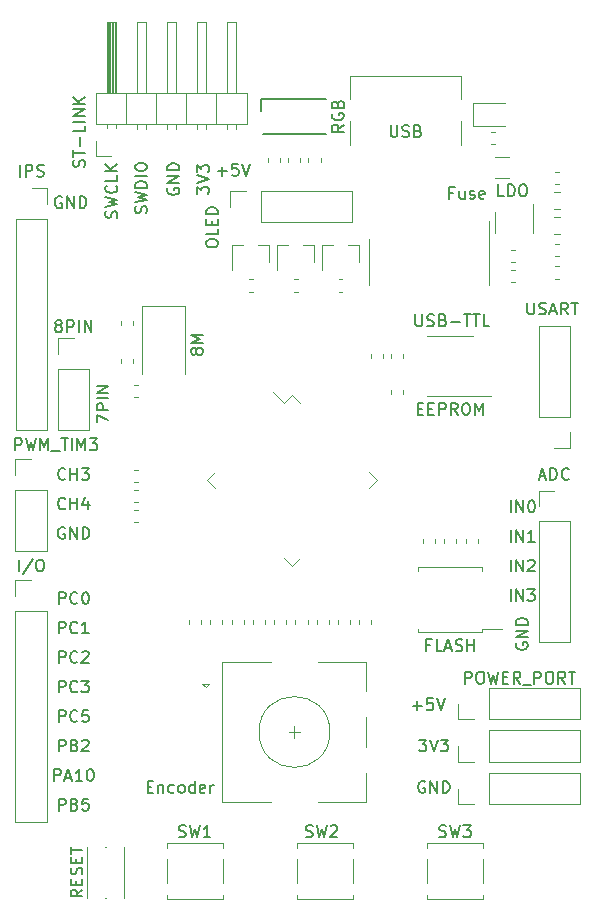
<source format=gbr>
G04 #@! TF.GenerationSoftware,KiCad,Pcbnew,(5.1.5)-2*
G04 #@! TF.CreationDate,2020-05-24T12:04:11+08:00*
G04 #@! TF.ProjectId,Bonjour STM32,426f6e6a-6f75-4722-9053-544d33322e6b,rev?*
G04 #@! TF.SameCoordinates,Original*
G04 #@! TF.FileFunction,Legend,Top*
G04 #@! TF.FilePolarity,Positive*
%FSLAX46Y46*%
G04 Gerber Fmt 4.6, Leading zero omitted, Abs format (unit mm)*
G04 Created by KiCad (PCBNEW (5.1.5)-2) date 2020-05-24 12:04:11*
%MOMM*%
%LPD*%
G04 APERTURE LIST*
%ADD10C,0.150000*%
%ADD11C,0.120000*%
G04 APERTURE END LIST*
D10*
X165488095Y-59000000D02*
X165392857Y-58952380D01*
X165250000Y-58952380D01*
X165107142Y-59000000D01*
X165011904Y-59095238D01*
X164964285Y-59190476D01*
X164916666Y-59380952D01*
X164916666Y-59523809D01*
X164964285Y-59714285D01*
X165011904Y-59809523D01*
X165107142Y-59904761D01*
X165250000Y-59952380D01*
X165345238Y-59952380D01*
X165488095Y-59904761D01*
X165535714Y-59857142D01*
X165535714Y-59523809D01*
X165345238Y-59523809D01*
X165964285Y-59952380D02*
X165964285Y-58952380D01*
X166535714Y-59952380D01*
X166535714Y-58952380D01*
X167011904Y-59952380D02*
X167011904Y-58952380D01*
X167250000Y-58952380D01*
X167392857Y-59000000D01*
X167488095Y-59095238D01*
X167535714Y-59190476D01*
X167583333Y-59380952D01*
X167583333Y-59523809D01*
X167535714Y-59714285D01*
X167488095Y-59809523D01*
X167392857Y-59904761D01*
X167250000Y-59952380D01*
X167011904Y-59952380D01*
X199654761Y-100202380D02*
X199654761Y-99202380D01*
X200035714Y-99202380D01*
X200130952Y-99250000D01*
X200178571Y-99297619D01*
X200226190Y-99392857D01*
X200226190Y-99535714D01*
X200178571Y-99630952D01*
X200130952Y-99678571D01*
X200035714Y-99726190D01*
X199654761Y-99726190D01*
X200845238Y-99202380D02*
X201035714Y-99202380D01*
X201130952Y-99250000D01*
X201226190Y-99345238D01*
X201273809Y-99535714D01*
X201273809Y-99869047D01*
X201226190Y-100059523D01*
X201130952Y-100154761D01*
X201035714Y-100202380D01*
X200845238Y-100202380D01*
X200750000Y-100154761D01*
X200654761Y-100059523D01*
X200607142Y-99869047D01*
X200607142Y-99535714D01*
X200654761Y-99345238D01*
X200750000Y-99250000D01*
X200845238Y-99202380D01*
X201607142Y-99202380D02*
X201845238Y-100202380D01*
X202035714Y-99488095D01*
X202226190Y-100202380D01*
X202464285Y-99202380D01*
X202845238Y-99678571D02*
X203178571Y-99678571D01*
X203321428Y-100202380D02*
X202845238Y-100202380D01*
X202845238Y-99202380D01*
X203321428Y-99202380D01*
X204321428Y-100202380D02*
X203988095Y-99726190D01*
X203750000Y-100202380D02*
X203750000Y-99202380D01*
X204130952Y-99202380D01*
X204226190Y-99250000D01*
X204273809Y-99297619D01*
X204321428Y-99392857D01*
X204321428Y-99535714D01*
X204273809Y-99630952D01*
X204226190Y-99678571D01*
X204130952Y-99726190D01*
X203750000Y-99726190D01*
X204511904Y-100297619D02*
X205273809Y-100297619D01*
X205511904Y-100202380D02*
X205511904Y-99202380D01*
X205892857Y-99202380D01*
X205988095Y-99250000D01*
X206035714Y-99297619D01*
X206083333Y-99392857D01*
X206083333Y-99535714D01*
X206035714Y-99630952D01*
X205988095Y-99678571D01*
X205892857Y-99726190D01*
X205511904Y-99726190D01*
X206702380Y-99202380D02*
X206892857Y-99202380D01*
X206988095Y-99250000D01*
X207083333Y-99345238D01*
X207130952Y-99535714D01*
X207130952Y-99869047D01*
X207083333Y-100059523D01*
X206988095Y-100154761D01*
X206892857Y-100202380D01*
X206702380Y-100202380D01*
X206607142Y-100154761D01*
X206511904Y-100059523D01*
X206464285Y-99869047D01*
X206464285Y-99535714D01*
X206511904Y-99345238D01*
X206607142Y-99250000D01*
X206702380Y-99202380D01*
X208130952Y-100202380D02*
X207797619Y-99726190D01*
X207559523Y-100202380D02*
X207559523Y-99202380D01*
X207940476Y-99202380D01*
X208035714Y-99250000D01*
X208083333Y-99297619D01*
X208130952Y-99392857D01*
X208130952Y-99535714D01*
X208083333Y-99630952D01*
X208035714Y-99678571D01*
X207940476Y-99726190D01*
X207559523Y-99726190D01*
X208416666Y-99202380D02*
X208988095Y-99202380D01*
X208702380Y-100202380D02*
X208702380Y-99202380D01*
X204000000Y-96761904D02*
X203952380Y-96857142D01*
X203952380Y-97000000D01*
X204000000Y-97142857D01*
X204095238Y-97238095D01*
X204190476Y-97285714D01*
X204380952Y-97333333D01*
X204523809Y-97333333D01*
X204714285Y-97285714D01*
X204809523Y-97238095D01*
X204904761Y-97142857D01*
X204952380Y-97000000D01*
X204952380Y-96904761D01*
X204904761Y-96761904D01*
X204857142Y-96714285D01*
X204523809Y-96714285D01*
X204523809Y-96904761D01*
X204952380Y-96285714D02*
X203952380Y-96285714D01*
X204952380Y-95714285D01*
X203952380Y-95714285D01*
X204952380Y-95238095D02*
X203952380Y-95238095D01*
X203952380Y-95000000D01*
X204000000Y-94857142D01*
X204095238Y-94761904D01*
X204190476Y-94714285D01*
X204380952Y-94666666D01*
X204523809Y-94666666D01*
X204714285Y-94714285D01*
X204809523Y-94761904D01*
X204904761Y-94857142D01*
X204952380Y-95000000D01*
X204952380Y-95238095D01*
X203500000Y-93202380D02*
X203500000Y-92202380D01*
X203976190Y-93202380D02*
X203976190Y-92202380D01*
X204547619Y-93202380D01*
X204547619Y-92202380D01*
X204928571Y-92202380D02*
X205547619Y-92202380D01*
X205214285Y-92583333D01*
X205357142Y-92583333D01*
X205452380Y-92630952D01*
X205500000Y-92678571D01*
X205547619Y-92773809D01*
X205547619Y-93011904D01*
X205500000Y-93107142D01*
X205452380Y-93154761D01*
X205357142Y-93202380D01*
X205071428Y-93202380D01*
X204976190Y-93154761D01*
X204928571Y-93107142D01*
X203500000Y-90702380D02*
X203500000Y-89702380D01*
X203976190Y-90702380D02*
X203976190Y-89702380D01*
X204547619Y-90702380D01*
X204547619Y-89702380D01*
X204976190Y-89797619D02*
X205023809Y-89750000D01*
X205119047Y-89702380D01*
X205357142Y-89702380D01*
X205452380Y-89750000D01*
X205500000Y-89797619D01*
X205547619Y-89892857D01*
X205547619Y-89988095D01*
X205500000Y-90130952D01*
X204928571Y-90702380D01*
X205547619Y-90702380D01*
X203500000Y-88202380D02*
X203500000Y-87202380D01*
X203976190Y-88202380D02*
X203976190Y-87202380D01*
X204547619Y-88202380D01*
X204547619Y-87202380D01*
X205547619Y-88202380D02*
X204976190Y-88202380D01*
X205261904Y-88202380D02*
X205261904Y-87202380D01*
X205166666Y-87345238D01*
X205071428Y-87440476D01*
X204976190Y-87488095D01*
X203500000Y-85702380D02*
X203500000Y-84702380D01*
X203976190Y-85702380D02*
X203976190Y-84702380D01*
X204547619Y-85702380D01*
X204547619Y-84702380D01*
X205214285Y-84702380D02*
X205309523Y-84702380D01*
X205404761Y-84750000D01*
X205452380Y-84797619D01*
X205500000Y-84892857D01*
X205547619Y-85083333D01*
X205547619Y-85321428D01*
X205500000Y-85511904D01*
X205452380Y-85607142D01*
X205404761Y-85654761D01*
X205309523Y-85702380D01*
X205214285Y-85702380D01*
X205119047Y-85654761D01*
X205071428Y-85607142D01*
X205023809Y-85511904D01*
X204976190Y-85321428D01*
X204976190Y-85083333D01*
X205023809Y-84892857D01*
X205071428Y-84797619D01*
X205119047Y-84750000D01*
X205214285Y-84702380D01*
X178714285Y-56821428D02*
X179476190Y-56821428D01*
X179095238Y-57202380D02*
X179095238Y-56440476D01*
X180428571Y-56202380D02*
X179952380Y-56202380D01*
X179904761Y-56678571D01*
X179952380Y-56630952D01*
X180047619Y-56583333D01*
X180285714Y-56583333D01*
X180380952Y-56630952D01*
X180428571Y-56678571D01*
X180476190Y-56773809D01*
X180476190Y-57011904D01*
X180428571Y-57107142D01*
X180380952Y-57154761D01*
X180285714Y-57202380D01*
X180047619Y-57202380D01*
X179952380Y-57154761D01*
X179904761Y-57107142D01*
X180761904Y-56202380D02*
X181095238Y-57202380D01*
X181428571Y-56202380D01*
X176952380Y-58738095D02*
X176952380Y-58119047D01*
X177333333Y-58452380D01*
X177333333Y-58309523D01*
X177380952Y-58214285D01*
X177428571Y-58166666D01*
X177523809Y-58119047D01*
X177761904Y-58119047D01*
X177857142Y-58166666D01*
X177904761Y-58214285D01*
X177952380Y-58309523D01*
X177952380Y-58595238D01*
X177904761Y-58690476D01*
X177857142Y-58738095D01*
X176952380Y-57833333D02*
X177952380Y-57500000D01*
X176952380Y-57166666D01*
X176952380Y-56928571D02*
X176952380Y-56309523D01*
X177333333Y-56642857D01*
X177333333Y-56500000D01*
X177380952Y-56404761D01*
X177428571Y-56357142D01*
X177523809Y-56309523D01*
X177761904Y-56309523D01*
X177857142Y-56357142D01*
X177904761Y-56404761D01*
X177952380Y-56500000D01*
X177952380Y-56785714D01*
X177904761Y-56880952D01*
X177857142Y-56928571D01*
X174500000Y-58261904D02*
X174452380Y-58357142D01*
X174452380Y-58500000D01*
X174500000Y-58642857D01*
X174595238Y-58738095D01*
X174690476Y-58785714D01*
X174880952Y-58833333D01*
X175023809Y-58833333D01*
X175214285Y-58785714D01*
X175309523Y-58738095D01*
X175404761Y-58642857D01*
X175452380Y-58500000D01*
X175452380Y-58404761D01*
X175404761Y-58261904D01*
X175357142Y-58214285D01*
X175023809Y-58214285D01*
X175023809Y-58404761D01*
X175452380Y-57785714D02*
X174452380Y-57785714D01*
X175452380Y-57214285D01*
X174452380Y-57214285D01*
X175452380Y-56738095D02*
X174452380Y-56738095D01*
X174452380Y-56500000D01*
X174500000Y-56357142D01*
X174595238Y-56261904D01*
X174690476Y-56214285D01*
X174880952Y-56166666D01*
X175023809Y-56166666D01*
X175214285Y-56214285D01*
X175309523Y-56261904D01*
X175404761Y-56357142D01*
X175452380Y-56500000D01*
X175452380Y-56738095D01*
X172654761Y-60369047D02*
X172702380Y-60226190D01*
X172702380Y-59988095D01*
X172654761Y-59892857D01*
X172607142Y-59845238D01*
X172511904Y-59797619D01*
X172416666Y-59797619D01*
X172321428Y-59845238D01*
X172273809Y-59892857D01*
X172226190Y-59988095D01*
X172178571Y-60178571D01*
X172130952Y-60273809D01*
X172083333Y-60321428D01*
X171988095Y-60369047D01*
X171892857Y-60369047D01*
X171797619Y-60321428D01*
X171750000Y-60273809D01*
X171702380Y-60178571D01*
X171702380Y-59940476D01*
X171750000Y-59797619D01*
X171702380Y-59464285D02*
X172702380Y-59226190D01*
X171988095Y-59035714D01*
X172702380Y-58845238D01*
X171702380Y-58607142D01*
X172702380Y-58226190D02*
X171702380Y-58226190D01*
X171702380Y-57988095D01*
X171750000Y-57845238D01*
X171845238Y-57750000D01*
X171940476Y-57702380D01*
X172130952Y-57654761D01*
X172273809Y-57654761D01*
X172464285Y-57702380D01*
X172559523Y-57750000D01*
X172654761Y-57845238D01*
X172702380Y-57988095D01*
X172702380Y-58226190D01*
X172702380Y-57226190D02*
X171702380Y-57226190D01*
X171702380Y-56559523D02*
X171702380Y-56369047D01*
X171750000Y-56273809D01*
X171845238Y-56178571D01*
X172035714Y-56130952D01*
X172369047Y-56130952D01*
X172559523Y-56178571D01*
X172654761Y-56273809D01*
X172702380Y-56369047D01*
X172702380Y-56559523D01*
X172654761Y-56654761D01*
X172559523Y-56750000D01*
X172369047Y-56797619D01*
X172035714Y-56797619D01*
X171845238Y-56750000D01*
X171750000Y-56654761D01*
X171702380Y-56559523D01*
X170154761Y-60761904D02*
X170202380Y-60619047D01*
X170202380Y-60380952D01*
X170154761Y-60285714D01*
X170107142Y-60238095D01*
X170011904Y-60190476D01*
X169916666Y-60190476D01*
X169821428Y-60238095D01*
X169773809Y-60285714D01*
X169726190Y-60380952D01*
X169678571Y-60571428D01*
X169630952Y-60666666D01*
X169583333Y-60714285D01*
X169488095Y-60761904D01*
X169392857Y-60761904D01*
X169297619Y-60714285D01*
X169250000Y-60666666D01*
X169202380Y-60571428D01*
X169202380Y-60333333D01*
X169250000Y-60190476D01*
X169202380Y-59857142D02*
X170202380Y-59619047D01*
X169488095Y-59428571D01*
X170202380Y-59238095D01*
X169202380Y-59000000D01*
X170107142Y-58047619D02*
X170154761Y-58095238D01*
X170202380Y-58238095D01*
X170202380Y-58333333D01*
X170154761Y-58476190D01*
X170059523Y-58571428D01*
X169964285Y-58619047D01*
X169773809Y-58666666D01*
X169630952Y-58666666D01*
X169440476Y-58619047D01*
X169345238Y-58571428D01*
X169250000Y-58476190D01*
X169202380Y-58333333D01*
X169202380Y-58238095D01*
X169250000Y-58095238D01*
X169297619Y-58047619D01*
X170202380Y-57142857D02*
X170202380Y-57619047D01*
X169202380Y-57619047D01*
X170202380Y-56809523D02*
X169202380Y-56809523D01*
X170202380Y-56238095D02*
X169630952Y-56666666D01*
X169202380Y-56238095D02*
X169773809Y-56809523D01*
X165142857Y-69880952D02*
X165047619Y-69833333D01*
X165000000Y-69785714D01*
X164952380Y-69690476D01*
X164952380Y-69642857D01*
X165000000Y-69547619D01*
X165047619Y-69500000D01*
X165142857Y-69452380D01*
X165333333Y-69452380D01*
X165428571Y-69500000D01*
X165476190Y-69547619D01*
X165523809Y-69642857D01*
X165523809Y-69690476D01*
X165476190Y-69785714D01*
X165428571Y-69833333D01*
X165333333Y-69880952D01*
X165142857Y-69880952D01*
X165047619Y-69928571D01*
X165000000Y-69976190D01*
X164952380Y-70071428D01*
X164952380Y-70261904D01*
X165000000Y-70357142D01*
X165047619Y-70404761D01*
X165142857Y-70452380D01*
X165333333Y-70452380D01*
X165428571Y-70404761D01*
X165476190Y-70357142D01*
X165523809Y-70261904D01*
X165523809Y-70071428D01*
X165476190Y-69976190D01*
X165428571Y-69928571D01*
X165333333Y-69880952D01*
X165952380Y-70452380D02*
X165952380Y-69452380D01*
X166333333Y-69452380D01*
X166428571Y-69500000D01*
X166476190Y-69547619D01*
X166523809Y-69642857D01*
X166523809Y-69785714D01*
X166476190Y-69880952D01*
X166428571Y-69928571D01*
X166333333Y-69976190D01*
X165952380Y-69976190D01*
X166952380Y-70452380D02*
X166952380Y-69452380D01*
X167428571Y-70452380D02*
X167428571Y-69452380D01*
X168000000Y-70452380D01*
X168000000Y-69452380D01*
X168452380Y-78095238D02*
X168452380Y-77428571D01*
X169452380Y-77857142D01*
X169452380Y-77047619D02*
X168452380Y-77047619D01*
X168452380Y-76666666D01*
X168500000Y-76571428D01*
X168547619Y-76523809D01*
X168642857Y-76476190D01*
X168785714Y-76476190D01*
X168880952Y-76523809D01*
X168928571Y-76571428D01*
X168976190Y-76666666D01*
X168976190Y-77047619D01*
X169452380Y-76047619D02*
X168452380Y-76047619D01*
X169452380Y-75571428D02*
X168452380Y-75571428D01*
X169452380Y-75000000D01*
X168452380Y-75000000D01*
X165738095Y-87000000D02*
X165642857Y-86952380D01*
X165500000Y-86952380D01*
X165357142Y-87000000D01*
X165261904Y-87095238D01*
X165214285Y-87190476D01*
X165166666Y-87380952D01*
X165166666Y-87523809D01*
X165214285Y-87714285D01*
X165261904Y-87809523D01*
X165357142Y-87904761D01*
X165500000Y-87952380D01*
X165595238Y-87952380D01*
X165738095Y-87904761D01*
X165785714Y-87857142D01*
X165785714Y-87523809D01*
X165595238Y-87523809D01*
X166214285Y-87952380D02*
X166214285Y-86952380D01*
X166785714Y-87952380D01*
X166785714Y-86952380D01*
X167261904Y-87952380D02*
X167261904Y-86952380D01*
X167500000Y-86952380D01*
X167642857Y-87000000D01*
X167738095Y-87095238D01*
X167785714Y-87190476D01*
X167833333Y-87380952D01*
X167833333Y-87523809D01*
X167785714Y-87714285D01*
X167738095Y-87809523D01*
X167642857Y-87904761D01*
X167500000Y-87952380D01*
X167261904Y-87952380D01*
X165809523Y-85357142D02*
X165761904Y-85404761D01*
X165619047Y-85452380D01*
X165523809Y-85452380D01*
X165380952Y-85404761D01*
X165285714Y-85309523D01*
X165238095Y-85214285D01*
X165190476Y-85023809D01*
X165190476Y-84880952D01*
X165238095Y-84690476D01*
X165285714Y-84595238D01*
X165380952Y-84500000D01*
X165523809Y-84452380D01*
X165619047Y-84452380D01*
X165761904Y-84500000D01*
X165809523Y-84547619D01*
X166238095Y-85452380D02*
X166238095Y-84452380D01*
X166238095Y-84928571D02*
X166809523Y-84928571D01*
X166809523Y-85452380D02*
X166809523Y-84452380D01*
X167714285Y-84785714D02*
X167714285Y-85452380D01*
X167476190Y-84404761D02*
X167238095Y-85119047D01*
X167857142Y-85119047D01*
X165809523Y-82857142D02*
X165761904Y-82904761D01*
X165619047Y-82952380D01*
X165523809Y-82952380D01*
X165380952Y-82904761D01*
X165285714Y-82809523D01*
X165238095Y-82714285D01*
X165190476Y-82523809D01*
X165190476Y-82380952D01*
X165238095Y-82190476D01*
X165285714Y-82095238D01*
X165380952Y-82000000D01*
X165523809Y-81952380D01*
X165619047Y-81952380D01*
X165761904Y-82000000D01*
X165809523Y-82047619D01*
X166238095Y-82952380D02*
X166238095Y-81952380D01*
X166238095Y-82428571D02*
X166809523Y-82428571D01*
X166809523Y-82952380D02*
X166809523Y-81952380D01*
X167190476Y-81952380D02*
X167809523Y-81952380D01*
X167476190Y-82333333D01*
X167619047Y-82333333D01*
X167714285Y-82380952D01*
X167761904Y-82428571D01*
X167809523Y-82523809D01*
X167809523Y-82761904D01*
X167761904Y-82857142D01*
X167714285Y-82904761D01*
X167619047Y-82952380D01*
X167333333Y-82952380D01*
X167238095Y-82904761D01*
X167190476Y-82857142D01*
X165261904Y-93452380D02*
X165261904Y-92452380D01*
X165642857Y-92452380D01*
X165738095Y-92500000D01*
X165785714Y-92547619D01*
X165833333Y-92642857D01*
X165833333Y-92785714D01*
X165785714Y-92880952D01*
X165738095Y-92928571D01*
X165642857Y-92976190D01*
X165261904Y-92976190D01*
X166833333Y-93357142D02*
X166785714Y-93404761D01*
X166642857Y-93452380D01*
X166547619Y-93452380D01*
X166404761Y-93404761D01*
X166309523Y-93309523D01*
X166261904Y-93214285D01*
X166214285Y-93023809D01*
X166214285Y-92880952D01*
X166261904Y-92690476D01*
X166309523Y-92595238D01*
X166404761Y-92500000D01*
X166547619Y-92452380D01*
X166642857Y-92452380D01*
X166785714Y-92500000D01*
X166833333Y-92547619D01*
X167452380Y-92452380D02*
X167547619Y-92452380D01*
X167642857Y-92500000D01*
X167690476Y-92547619D01*
X167738095Y-92642857D01*
X167785714Y-92833333D01*
X167785714Y-93071428D01*
X167738095Y-93261904D01*
X167690476Y-93357142D01*
X167642857Y-93404761D01*
X167547619Y-93452380D01*
X167452380Y-93452380D01*
X167357142Y-93404761D01*
X167309523Y-93357142D01*
X167261904Y-93261904D01*
X167214285Y-93071428D01*
X167214285Y-92833333D01*
X167261904Y-92642857D01*
X167309523Y-92547619D01*
X167357142Y-92500000D01*
X167452380Y-92452380D01*
X165261904Y-95952380D02*
X165261904Y-94952380D01*
X165642857Y-94952380D01*
X165738095Y-95000000D01*
X165785714Y-95047619D01*
X165833333Y-95142857D01*
X165833333Y-95285714D01*
X165785714Y-95380952D01*
X165738095Y-95428571D01*
X165642857Y-95476190D01*
X165261904Y-95476190D01*
X166833333Y-95857142D02*
X166785714Y-95904761D01*
X166642857Y-95952380D01*
X166547619Y-95952380D01*
X166404761Y-95904761D01*
X166309523Y-95809523D01*
X166261904Y-95714285D01*
X166214285Y-95523809D01*
X166214285Y-95380952D01*
X166261904Y-95190476D01*
X166309523Y-95095238D01*
X166404761Y-95000000D01*
X166547619Y-94952380D01*
X166642857Y-94952380D01*
X166785714Y-95000000D01*
X166833333Y-95047619D01*
X167785714Y-95952380D02*
X167214285Y-95952380D01*
X167500000Y-95952380D02*
X167500000Y-94952380D01*
X167404761Y-95095238D01*
X167309523Y-95190476D01*
X167214285Y-95238095D01*
X165261904Y-98452380D02*
X165261904Y-97452380D01*
X165642857Y-97452380D01*
X165738095Y-97500000D01*
X165785714Y-97547619D01*
X165833333Y-97642857D01*
X165833333Y-97785714D01*
X165785714Y-97880952D01*
X165738095Y-97928571D01*
X165642857Y-97976190D01*
X165261904Y-97976190D01*
X166833333Y-98357142D02*
X166785714Y-98404761D01*
X166642857Y-98452380D01*
X166547619Y-98452380D01*
X166404761Y-98404761D01*
X166309523Y-98309523D01*
X166261904Y-98214285D01*
X166214285Y-98023809D01*
X166214285Y-97880952D01*
X166261904Y-97690476D01*
X166309523Y-97595238D01*
X166404761Y-97500000D01*
X166547619Y-97452380D01*
X166642857Y-97452380D01*
X166785714Y-97500000D01*
X166833333Y-97547619D01*
X167214285Y-97547619D02*
X167261904Y-97500000D01*
X167357142Y-97452380D01*
X167595238Y-97452380D01*
X167690476Y-97500000D01*
X167738095Y-97547619D01*
X167785714Y-97642857D01*
X167785714Y-97738095D01*
X167738095Y-97880952D01*
X167166666Y-98452380D01*
X167785714Y-98452380D01*
X165261904Y-100952380D02*
X165261904Y-99952380D01*
X165642857Y-99952380D01*
X165738095Y-100000000D01*
X165785714Y-100047619D01*
X165833333Y-100142857D01*
X165833333Y-100285714D01*
X165785714Y-100380952D01*
X165738095Y-100428571D01*
X165642857Y-100476190D01*
X165261904Y-100476190D01*
X166833333Y-100857142D02*
X166785714Y-100904761D01*
X166642857Y-100952380D01*
X166547619Y-100952380D01*
X166404761Y-100904761D01*
X166309523Y-100809523D01*
X166261904Y-100714285D01*
X166214285Y-100523809D01*
X166214285Y-100380952D01*
X166261904Y-100190476D01*
X166309523Y-100095238D01*
X166404761Y-100000000D01*
X166547619Y-99952380D01*
X166642857Y-99952380D01*
X166785714Y-100000000D01*
X166833333Y-100047619D01*
X167166666Y-99952380D02*
X167785714Y-99952380D01*
X167452380Y-100333333D01*
X167595238Y-100333333D01*
X167690476Y-100380952D01*
X167738095Y-100428571D01*
X167785714Y-100523809D01*
X167785714Y-100761904D01*
X167738095Y-100857142D01*
X167690476Y-100904761D01*
X167595238Y-100952380D01*
X167309523Y-100952380D01*
X167214285Y-100904761D01*
X167166666Y-100857142D01*
X165261904Y-103452380D02*
X165261904Y-102452380D01*
X165642857Y-102452380D01*
X165738095Y-102500000D01*
X165785714Y-102547619D01*
X165833333Y-102642857D01*
X165833333Y-102785714D01*
X165785714Y-102880952D01*
X165738095Y-102928571D01*
X165642857Y-102976190D01*
X165261904Y-102976190D01*
X166833333Y-103357142D02*
X166785714Y-103404761D01*
X166642857Y-103452380D01*
X166547619Y-103452380D01*
X166404761Y-103404761D01*
X166309523Y-103309523D01*
X166261904Y-103214285D01*
X166214285Y-103023809D01*
X166214285Y-102880952D01*
X166261904Y-102690476D01*
X166309523Y-102595238D01*
X166404761Y-102500000D01*
X166547619Y-102452380D01*
X166642857Y-102452380D01*
X166785714Y-102500000D01*
X166833333Y-102547619D01*
X167738095Y-102452380D02*
X167261904Y-102452380D01*
X167214285Y-102928571D01*
X167261904Y-102880952D01*
X167357142Y-102833333D01*
X167595238Y-102833333D01*
X167690476Y-102880952D01*
X167738095Y-102928571D01*
X167785714Y-103023809D01*
X167785714Y-103261904D01*
X167738095Y-103357142D01*
X167690476Y-103404761D01*
X167595238Y-103452380D01*
X167357142Y-103452380D01*
X167261904Y-103404761D01*
X167214285Y-103357142D01*
X165261904Y-105952380D02*
X165261904Y-104952380D01*
X165642857Y-104952380D01*
X165738095Y-105000000D01*
X165785714Y-105047619D01*
X165833333Y-105142857D01*
X165833333Y-105285714D01*
X165785714Y-105380952D01*
X165738095Y-105428571D01*
X165642857Y-105476190D01*
X165261904Y-105476190D01*
X166595238Y-105428571D02*
X166738095Y-105476190D01*
X166785714Y-105523809D01*
X166833333Y-105619047D01*
X166833333Y-105761904D01*
X166785714Y-105857142D01*
X166738095Y-105904761D01*
X166642857Y-105952380D01*
X166261904Y-105952380D01*
X166261904Y-104952380D01*
X166595238Y-104952380D01*
X166690476Y-105000000D01*
X166738095Y-105047619D01*
X166785714Y-105142857D01*
X166785714Y-105238095D01*
X166738095Y-105333333D01*
X166690476Y-105380952D01*
X166595238Y-105428571D01*
X166261904Y-105428571D01*
X167214285Y-105047619D02*
X167261904Y-105000000D01*
X167357142Y-104952380D01*
X167595238Y-104952380D01*
X167690476Y-105000000D01*
X167738095Y-105047619D01*
X167785714Y-105142857D01*
X167785714Y-105238095D01*
X167738095Y-105380952D01*
X167166666Y-105952380D01*
X167785714Y-105952380D01*
X164857142Y-108452380D02*
X164857142Y-107452380D01*
X165238095Y-107452380D01*
X165333333Y-107500000D01*
X165380952Y-107547619D01*
X165428571Y-107642857D01*
X165428571Y-107785714D01*
X165380952Y-107880952D01*
X165333333Y-107928571D01*
X165238095Y-107976190D01*
X164857142Y-107976190D01*
X165809523Y-108166666D02*
X166285714Y-108166666D01*
X165714285Y-108452380D02*
X166047619Y-107452380D01*
X166380952Y-108452380D01*
X167238095Y-108452380D02*
X166666666Y-108452380D01*
X166952380Y-108452380D02*
X166952380Y-107452380D01*
X166857142Y-107595238D01*
X166761904Y-107690476D01*
X166666666Y-107738095D01*
X167857142Y-107452380D02*
X167952380Y-107452380D01*
X168047619Y-107500000D01*
X168095238Y-107547619D01*
X168142857Y-107642857D01*
X168190476Y-107833333D01*
X168190476Y-108071428D01*
X168142857Y-108261904D01*
X168095238Y-108357142D01*
X168047619Y-108404761D01*
X167952380Y-108452380D01*
X167857142Y-108452380D01*
X167761904Y-108404761D01*
X167714285Y-108357142D01*
X167666666Y-108261904D01*
X167619047Y-108071428D01*
X167619047Y-107833333D01*
X167666666Y-107642857D01*
X167714285Y-107547619D01*
X167761904Y-107500000D01*
X167857142Y-107452380D01*
X165261904Y-110952380D02*
X165261904Y-109952380D01*
X165642857Y-109952380D01*
X165738095Y-110000000D01*
X165785714Y-110047619D01*
X165833333Y-110142857D01*
X165833333Y-110285714D01*
X165785714Y-110380952D01*
X165738095Y-110428571D01*
X165642857Y-110476190D01*
X165261904Y-110476190D01*
X166595238Y-110428571D02*
X166738095Y-110476190D01*
X166785714Y-110523809D01*
X166833333Y-110619047D01*
X166833333Y-110761904D01*
X166785714Y-110857142D01*
X166738095Y-110904761D01*
X166642857Y-110952380D01*
X166261904Y-110952380D01*
X166261904Y-109952380D01*
X166595238Y-109952380D01*
X166690476Y-110000000D01*
X166738095Y-110047619D01*
X166785714Y-110142857D01*
X166785714Y-110238095D01*
X166738095Y-110333333D01*
X166690476Y-110380952D01*
X166595238Y-110428571D01*
X166261904Y-110428571D01*
X167738095Y-109952380D02*
X167261904Y-109952380D01*
X167214285Y-110428571D01*
X167261904Y-110380952D01*
X167357142Y-110333333D01*
X167595238Y-110333333D01*
X167690476Y-110380952D01*
X167738095Y-110428571D01*
X167785714Y-110523809D01*
X167785714Y-110761904D01*
X167738095Y-110857142D01*
X167690476Y-110904761D01*
X167595238Y-110952380D01*
X167357142Y-110952380D01*
X167261904Y-110904761D01*
X167214285Y-110857142D01*
D11*
X203570621Y-66169000D02*
X203896179Y-66169000D01*
X203570621Y-65149000D02*
X203896179Y-65149000D01*
X199300000Y-48800000D02*
X189900000Y-48800000D01*
X189900000Y-54600000D02*
X189900000Y-52600000D01*
X189900000Y-50700000D02*
X189900000Y-48800000D01*
X199300000Y-54600000D02*
X199300000Y-52600000D01*
X199300000Y-50700000D02*
X199300000Y-48800000D01*
X194410000Y-75662779D02*
X194410000Y-75337221D01*
X193390000Y-75662779D02*
X193390000Y-75337221D01*
X207141422Y-60010000D02*
X207658578Y-60010000D01*
X207141422Y-58590000D02*
X207658578Y-58590000D01*
X176240000Y-94837221D02*
X176240000Y-95162779D01*
X177260000Y-94837221D02*
X177260000Y-95162779D01*
X190680000Y-63040000D02*
X190680000Y-64500000D01*
X187520000Y-63040000D02*
X187520000Y-65200000D01*
X187520000Y-63040000D02*
X188450000Y-63040000D01*
X190680000Y-63040000D02*
X189750000Y-63040000D01*
X183080000Y-63040000D02*
X183080000Y-64500000D01*
X179920000Y-63040000D02*
X179920000Y-65200000D01*
X179920000Y-63040000D02*
X180850000Y-63040000D01*
X183080000Y-63040000D02*
X182150000Y-63040000D01*
X186880000Y-63040000D02*
X186880000Y-64500000D01*
X183720000Y-63040000D02*
X183720000Y-65200000D01*
X183720000Y-63040000D02*
X184650000Y-63040000D01*
X186880000Y-63040000D02*
X185950000Y-63040000D01*
X169150000Y-114000000D02*
X169250000Y-114000000D01*
X170750000Y-118400000D02*
X170750000Y-114000000D01*
X167650000Y-114000000D02*
X167650000Y-118400000D01*
X169150000Y-118400000D02*
X169250000Y-118400000D01*
X172300000Y-68250000D02*
X172300000Y-74000000D01*
X175900000Y-68250000D02*
X172300000Y-68250000D01*
X175900000Y-74000000D02*
X175900000Y-68250000D01*
X198400000Y-75860000D02*
X201850000Y-75860000D01*
X198400000Y-75860000D02*
X196450000Y-75860000D01*
X198400000Y-70740000D02*
X200350000Y-70740000D01*
X198400000Y-70740000D02*
X196450000Y-70740000D01*
X201125000Y-95565000D02*
X202800000Y-95565000D01*
X201125000Y-95825000D02*
X201125000Y-95565000D01*
X198400000Y-95825000D02*
X201125000Y-95825000D01*
X195675000Y-95825000D02*
X195675000Y-95565000D01*
X198400000Y-95825000D02*
X195675000Y-95825000D01*
X201125000Y-90375000D02*
X201125000Y-90635000D01*
X198400000Y-90375000D02*
X201125000Y-90375000D01*
X195675000Y-90375000D02*
X195675000Y-90635000D01*
X198400000Y-90375000D02*
X195675000Y-90375000D01*
X184328249Y-76445120D02*
X183380725Y-75497597D01*
X185000000Y-75773369D02*
X184328249Y-76445120D01*
X185671751Y-76445120D02*
X185000000Y-75773369D01*
X192226631Y-83000000D02*
X191554880Y-83671751D01*
X191554880Y-82328249D02*
X192226631Y-83000000D01*
X177773369Y-83000000D02*
X178445120Y-82328249D01*
X178445120Y-83671751D02*
X177773369Y-83000000D01*
X185000000Y-90226631D02*
X185671751Y-89554880D01*
X184328249Y-89554880D02*
X185000000Y-90226631D01*
X205368800Y-62088600D02*
X205368800Y-59638600D01*
X202148800Y-60288600D02*
X202148800Y-62088600D01*
X201660000Y-64500000D02*
X201660000Y-61050000D01*
X201660000Y-64500000D02*
X201660000Y-66450000D01*
X191540000Y-64500000D02*
X191540000Y-62550000D01*
X191540000Y-64500000D02*
X191540000Y-66450000D01*
X188200000Y-104300000D02*
G75*
G03X188200000Y-104300000I-3000000J0D01*
G01*
X187200000Y-98400000D02*
X191300000Y-98400000D01*
X191300000Y-110200000D02*
X187200000Y-110200000D01*
X183200000Y-110200000D02*
X179100000Y-110200000D01*
X183200000Y-98400000D02*
X179100000Y-98400000D01*
X179100000Y-98400000D02*
X179100000Y-110200000D01*
X177700000Y-100500000D02*
X177400000Y-100200000D01*
X177400000Y-100200000D02*
X178000000Y-100200000D01*
X178000000Y-100200000D02*
X177700000Y-100500000D01*
X191300000Y-98400000D02*
X191300000Y-100800000D01*
X191300000Y-103000000D02*
X191300000Y-105600000D01*
X191300000Y-107800000D02*
X191300000Y-110200000D01*
X185200000Y-103800000D02*
X185200000Y-104800000D01*
X184700000Y-104300000D02*
X185700000Y-104300000D01*
X201170000Y-115070000D02*
X201170000Y-117130000D01*
X196430000Y-115070000D02*
X196430000Y-117130000D01*
X196430000Y-113730000D02*
X196430000Y-114130000D01*
X201170000Y-113730000D02*
X196430000Y-113730000D01*
X201170000Y-113730000D02*
X201170000Y-114130000D01*
X196430000Y-118470000D02*
X196430000Y-118070000D01*
X201170000Y-118470000D02*
X201170000Y-118070000D01*
X201170000Y-118470000D02*
X196430000Y-118470000D01*
X190170000Y-115070000D02*
X190170000Y-117130000D01*
X185430000Y-115070000D02*
X185430000Y-117130000D01*
X185430000Y-113730000D02*
X185430000Y-114130000D01*
X190170000Y-113730000D02*
X185430000Y-113730000D01*
X190170000Y-113730000D02*
X190170000Y-114130000D01*
X185430000Y-118470000D02*
X185430000Y-118070000D01*
X190170000Y-118470000D02*
X190170000Y-118070000D01*
X190170000Y-118470000D02*
X185430000Y-118470000D01*
X179170000Y-115070000D02*
X179170000Y-117130000D01*
X174430000Y-115070000D02*
X174430000Y-117130000D01*
X174430000Y-113730000D02*
X174430000Y-114130000D01*
X179170000Y-113730000D02*
X174430000Y-113730000D01*
X179170000Y-113730000D02*
X179170000Y-114130000D01*
X174430000Y-118470000D02*
X174430000Y-118070000D01*
X179170000Y-118470000D02*
X179170000Y-118070000D01*
X179170000Y-118470000D02*
X174430000Y-118470000D01*
X199690000Y-87937221D02*
X199690000Y-88262779D01*
X200710000Y-87937221D02*
X200710000Y-88262779D01*
X189262779Y-65990000D02*
X188937221Y-65990000D01*
X189262779Y-67010000D02*
X188937221Y-67010000D01*
X187410000Y-56062779D02*
X187410000Y-55737221D01*
X186390000Y-56062779D02*
X186390000Y-55737221D01*
X184010000Y-56062779D02*
X184010000Y-55737221D01*
X182990000Y-56062779D02*
X182990000Y-55737221D01*
X185710000Y-56062779D02*
X185710000Y-55737221D01*
X184690000Y-56062779D02*
X184690000Y-55737221D01*
X181662779Y-65990000D02*
X181337221Y-65990000D01*
X181662779Y-67010000D02*
X181337221Y-67010000D01*
X185462779Y-65990000D02*
X185137221Y-65990000D01*
X185462779Y-67010000D02*
X185137221Y-67010000D01*
X180910000Y-95162779D02*
X180910000Y-94837221D01*
X179890000Y-95162779D02*
X179890000Y-94837221D01*
X184510000Y-95162779D02*
X184510000Y-94837221D01*
X183490000Y-95162779D02*
X183490000Y-94837221D01*
X201837221Y-54510000D02*
X202162779Y-54510000D01*
X201837221Y-53490000D02*
X202162779Y-53490000D01*
X171637221Y-83110000D02*
X171962779Y-83110000D01*
X171637221Y-82090000D02*
X171962779Y-82090000D01*
X207228733Y-64010000D02*
X207571267Y-64010000D01*
X207228733Y-62990000D02*
X207571267Y-62990000D01*
X168430000Y-55570000D02*
X168430000Y-54300000D01*
X169700000Y-55570000D02*
X168430000Y-55570000D01*
X180240000Y-53257071D02*
X180240000Y-52860000D01*
X179480000Y-53257071D02*
X179480000Y-52860000D01*
X180240000Y-44200000D02*
X180240000Y-50200000D01*
X179480000Y-44200000D02*
X180240000Y-44200000D01*
X179480000Y-50200000D02*
X179480000Y-44200000D01*
X178590000Y-52860000D02*
X178590000Y-50200000D01*
X177700000Y-53257071D02*
X177700000Y-52860000D01*
X176940000Y-53257071D02*
X176940000Y-52860000D01*
X177700000Y-44200000D02*
X177700000Y-50200000D01*
X176940000Y-44200000D02*
X177700000Y-44200000D01*
X176940000Y-50200000D02*
X176940000Y-44200000D01*
X176050000Y-52860000D02*
X176050000Y-50200000D01*
X175160000Y-53257071D02*
X175160000Y-52860000D01*
X174400000Y-53257071D02*
X174400000Y-52860000D01*
X175160000Y-44200000D02*
X175160000Y-50200000D01*
X174400000Y-44200000D02*
X175160000Y-44200000D01*
X174400000Y-50200000D02*
X174400000Y-44200000D01*
X173510000Y-52860000D02*
X173510000Y-50200000D01*
X172620000Y-53257071D02*
X172620000Y-52860000D01*
X171860000Y-53257071D02*
X171860000Y-52860000D01*
X172620000Y-44200000D02*
X172620000Y-50200000D01*
X171860000Y-44200000D02*
X172620000Y-44200000D01*
X171860000Y-50200000D02*
X171860000Y-44200000D01*
X170970000Y-52860000D02*
X170970000Y-50200000D01*
X170080000Y-53190000D02*
X170080000Y-52860000D01*
X169320000Y-53190000D02*
X169320000Y-52860000D01*
X169980000Y-50200000D02*
X169980000Y-44200000D01*
X169860000Y-50200000D02*
X169860000Y-44200000D01*
X169740000Y-50200000D02*
X169740000Y-44200000D01*
X169620000Y-50200000D02*
X169620000Y-44200000D01*
X169500000Y-50200000D02*
X169500000Y-44200000D01*
X169380000Y-50200000D02*
X169380000Y-44200000D01*
X170080000Y-44200000D02*
X170080000Y-50200000D01*
X169320000Y-44200000D02*
X170080000Y-44200000D01*
X169320000Y-50200000D02*
X169320000Y-44200000D01*
X168370000Y-50200000D02*
X168370000Y-52860000D01*
X181190000Y-50200000D02*
X168370000Y-50200000D01*
X181190000Y-52860000D02*
X181190000Y-50200000D01*
X168370000Y-52860000D02*
X181190000Y-52860000D01*
X199070000Y-103230000D02*
X199070000Y-101900000D01*
X200400000Y-103230000D02*
X199070000Y-103230000D01*
X201670000Y-103230000D02*
X201670000Y-100570000D01*
X201670000Y-100570000D02*
X209350000Y-100570000D01*
X201670000Y-103230000D02*
X209350000Y-103230000D01*
X209350000Y-103230000D02*
X209350000Y-100570000D01*
X165170000Y-70970000D02*
X166500000Y-70970000D01*
X165170000Y-72300000D02*
X165170000Y-70970000D01*
X165170000Y-73570000D02*
X167830000Y-73570000D01*
X167830000Y-73570000D02*
X167830000Y-78710000D01*
X165170000Y-73570000D02*
X165170000Y-78710000D01*
X165170000Y-78710000D02*
X167830000Y-78710000D01*
X199070000Y-110430000D02*
X199070000Y-109100000D01*
X200400000Y-110430000D02*
X199070000Y-110430000D01*
X201670000Y-110430000D02*
X201670000Y-107770000D01*
X201670000Y-107770000D02*
X209350000Y-107770000D01*
X201670000Y-110430000D02*
X209350000Y-110430000D01*
X209350000Y-110430000D02*
X209350000Y-107770000D01*
X199070000Y-106830000D02*
X199070000Y-105500000D01*
X200400000Y-106830000D02*
X199070000Y-106830000D01*
X201670000Y-106830000D02*
X201670000Y-104170000D01*
X201670000Y-104170000D02*
X209350000Y-104170000D01*
X201670000Y-106830000D02*
X209350000Y-106830000D01*
X209350000Y-106830000D02*
X209350000Y-104170000D01*
X179772000Y-59817000D02*
X179772000Y-58487000D01*
X179772000Y-58487000D02*
X181102000Y-58487000D01*
X182372000Y-58487000D02*
X190052000Y-58487000D01*
X190052000Y-61147000D02*
X190052000Y-58487000D01*
X182372000Y-61147000D02*
X190052000Y-61147000D01*
X182372000Y-61147000D02*
X182372000Y-58487000D01*
X162950000Y-58270000D02*
X164280000Y-58270000D01*
X164280000Y-58270000D02*
X164280000Y-59600000D01*
X164280000Y-60870000D02*
X164280000Y-78710000D01*
X161620000Y-78710000D02*
X164280000Y-78710000D01*
X161620000Y-60870000D02*
X161620000Y-78710000D01*
X161620000Y-60870000D02*
X164280000Y-60870000D01*
X208530000Y-80230000D02*
X207200000Y-80230000D01*
X208530000Y-78900000D02*
X208530000Y-80230000D01*
X208530000Y-77630000D02*
X205870000Y-77630000D01*
X205870000Y-77630000D02*
X205870000Y-69950000D01*
X208530000Y-77630000D02*
X208530000Y-69950000D01*
X208530000Y-69950000D02*
X205870000Y-69950000D01*
X161570000Y-91470000D02*
X162900000Y-91470000D01*
X161570000Y-92800000D02*
X161570000Y-91470000D01*
X161570000Y-94070000D02*
X164230000Y-94070000D01*
X164230000Y-94070000D02*
X164230000Y-111910000D01*
X161570000Y-94070000D02*
X161570000Y-111910000D01*
X161570000Y-111910000D02*
X164230000Y-111910000D01*
X161570000Y-81220000D02*
X162900000Y-81220000D01*
X161570000Y-82550000D02*
X161570000Y-81220000D01*
X161570000Y-83820000D02*
X164230000Y-83820000D01*
X164230000Y-83820000D02*
X164230000Y-88960000D01*
X161570000Y-83820000D02*
X161570000Y-88960000D01*
X161570000Y-88960000D02*
X164230000Y-88960000D01*
X205870000Y-83870000D02*
X207200000Y-83870000D01*
X205870000Y-85200000D02*
X205870000Y-83870000D01*
X205870000Y-86470000D02*
X208530000Y-86470000D01*
X208530000Y-86470000D02*
X208530000Y-96690000D01*
X205870000Y-86470000D02*
X205870000Y-96690000D01*
X205870000Y-96690000D02*
X208530000Y-96690000D01*
X202197936Y-57410000D02*
X203402064Y-57410000D01*
X202197936Y-55590000D02*
X203402064Y-55590000D01*
D10*
X182400000Y-51700000D02*
X182400000Y-50700000D01*
X187900000Y-50700000D02*
X182400000Y-50700000D01*
X187900000Y-53700000D02*
X182500000Y-53700000D01*
D11*
X200315000Y-52960000D02*
X203000000Y-52960000D01*
X200315000Y-51040000D02*
X200315000Y-52960000D01*
X203000000Y-51040000D02*
X200315000Y-51040000D01*
X197890000Y-87937221D02*
X197890000Y-88262779D01*
X198910000Y-87937221D02*
X198910000Y-88262779D01*
X193390000Y-72337221D02*
X193390000Y-72662779D01*
X194410000Y-72337221D02*
X194410000Y-72662779D01*
X171962779Y-74890000D02*
X171637221Y-74890000D01*
X171962779Y-75910000D02*
X171637221Y-75910000D01*
X185290000Y-94837221D02*
X185290000Y-95162779D01*
X186310000Y-94837221D02*
X186310000Y-95162779D01*
X171962779Y-85490000D02*
X171637221Y-85490000D01*
X171962779Y-86510000D02*
X171637221Y-86510000D01*
X196090000Y-87937221D02*
X196090000Y-88262779D01*
X197110000Y-87937221D02*
X197110000Y-88262779D01*
X191690000Y-72337221D02*
X191690000Y-72662779D01*
X192710000Y-72337221D02*
X192710000Y-72662779D01*
X178090000Y-94837221D02*
X178090000Y-95162779D01*
X179110000Y-94837221D02*
X179110000Y-95162779D01*
X182710000Y-95162779D02*
X182710000Y-94837221D01*
X181690000Y-95162779D02*
X181690000Y-94837221D01*
X207562779Y-64890000D02*
X207237221Y-64890000D01*
X207562779Y-65910000D02*
X207237221Y-65910000D01*
X171510000Y-73062779D02*
X171510000Y-72737221D01*
X170490000Y-73062779D02*
X170490000Y-72737221D01*
X171962779Y-83790000D02*
X171637221Y-83790000D01*
X171962779Y-84810000D02*
X171637221Y-84810000D01*
X207141422Y-62110000D02*
X207658578Y-62110000D01*
X207141422Y-60690000D02*
X207658578Y-60690000D01*
X170490000Y-69537221D02*
X170490000Y-69862779D01*
X171510000Y-69537221D02*
X171510000Y-69862779D01*
X203570621Y-64543400D02*
X203896179Y-64543400D01*
X203570621Y-63523400D02*
X203896179Y-63523400D01*
X207237221Y-57910000D02*
X207562779Y-57910000D01*
X207237221Y-56890000D02*
X207562779Y-56890000D01*
X191710000Y-95162779D02*
X191710000Y-94837221D01*
X190690000Y-95162779D02*
X190690000Y-94837221D01*
X189910000Y-95162779D02*
X189910000Y-94837221D01*
X188890000Y-95162779D02*
X188890000Y-94837221D01*
X188110000Y-95162779D02*
X188110000Y-94837221D01*
X187090000Y-95162779D02*
X187090000Y-94837221D01*
D10*
X193338095Y-52919380D02*
X193338095Y-53728904D01*
X193385714Y-53824142D01*
X193433333Y-53871761D01*
X193528571Y-53919380D01*
X193719047Y-53919380D01*
X193814285Y-53871761D01*
X193861904Y-53824142D01*
X193909523Y-53728904D01*
X193909523Y-52919380D01*
X194338095Y-53871761D02*
X194480952Y-53919380D01*
X194719047Y-53919380D01*
X194814285Y-53871761D01*
X194861904Y-53824142D01*
X194909523Y-53728904D01*
X194909523Y-53633666D01*
X194861904Y-53538428D01*
X194814285Y-53490809D01*
X194719047Y-53443190D01*
X194528571Y-53395571D01*
X194433333Y-53347952D01*
X194385714Y-53300333D01*
X194338095Y-53205095D01*
X194338095Y-53109857D01*
X194385714Y-53014619D01*
X194433333Y-52967000D01*
X194528571Y-52919380D01*
X194766666Y-52919380D01*
X194909523Y-52967000D01*
X195671428Y-53395571D02*
X195814285Y-53443190D01*
X195861904Y-53490809D01*
X195909523Y-53586047D01*
X195909523Y-53728904D01*
X195861904Y-53824142D01*
X195814285Y-53871761D01*
X195719047Y-53919380D01*
X195338095Y-53919380D01*
X195338095Y-52919380D01*
X195671428Y-52919380D01*
X195766666Y-52967000D01*
X195814285Y-53014619D01*
X195861904Y-53109857D01*
X195861904Y-53205095D01*
X195814285Y-53300333D01*
X195766666Y-53347952D01*
X195671428Y-53395571D01*
X195338095Y-53395571D01*
X167252380Y-117652380D02*
X166776190Y-117985714D01*
X167252380Y-118223809D02*
X166252380Y-118223809D01*
X166252380Y-117842857D01*
X166300000Y-117747619D01*
X166347619Y-117700000D01*
X166442857Y-117652380D01*
X166585714Y-117652380D01*
X166680952Y-117700000D01*
X166728571Y-117747619D01*
X166776190Y-117842857D01*
X166776190Y-118223809D01*
X166728571Y-117223809D02*
X166728571Y-116890476D01*
X167252380Y-116747619D02*
X167252380Y-117223809D01*
X166252380Y-117223809D01*
X166252380Y-116747619D01*
X167204761Y-116366666D02*
X167252380Y-116223809D01*
X167252380Y-115985714D01*
X167204761Y-115890476D01*
X167157142Y-115842857D01*
X167061904Y-115795238D01*
X166966666Y-115795238D01*
X166871428Y-115842857D01*
X166823809Y-115890476D01*
X166776190Y-115985714D01*
X166728571Y-116176190D01*
X166680952Y-116271428D01*
X166633333Y-116319047D01*
X166538095Y-116366666D01*
X166442857Y-116366666D01*
X166347619Y-116319047D01*
X166300000Y-116271428D01*
X166252380Y-116176190D01*
X166252380Y-115938095D01*
X166300000Y-115795238D01*
X166728571Y-115366666D02*
X166728571Y-115033333D01*
X167252380Y-114890476D02*
X167252380Y-115366666D01*
X166252380Y-115366666D01*
X166252380Y-114890476D01*
X166252380Y-114604761D02*
X166252380Y-114033333D01*
X167252380Y-114319047D02*
X166252380Y-114319047D01*
X176880952Y-72166666D02*
X176833333Y-72261904D01*
X176785714Y-72309523D01*
X176690476Y-72357142D01*
X176642857Y-72357142D01*
X176547619Y-72309523D01*
X176500000Y-72261904D01*
X176452380Y-72166666D01*
X176452380Y-71976190D01*
X176500000Y-71880952D01*
X176547619Y-71833333D01*
X176642857Y-71785714D01*
X176690476Y-71785714D01*
X176785714Y-71833333D01*
X176833333Y-71880952D01*
X176880952Y-71976190D01*
X176880952Y-72166666D01*
X176928571Y-72261904D01*
X176976190Y-72309523D01*
X177071428Y-72357142D01*
X177261904Y-72357142D01*
X177357142Y-72309523D01*
X177404761Y-72261904D01*
X177452380Y-72166666D01*
X177452380Y-71976190D01*
X177404761Y-71880952D01*
X177357142Y-71833333D01*
X177261904Y-71785714D01*
X177071428Y-71785714D01*
X176976190Y-71833333D01*
X176928571Y-71880952D01*
X176880952Y-71976190D01*
X177452380Y-71357142D02*
X176452380Y-71357142D01*
X177166666Y-71023809D01*
X176452380Y-70690476D01*
X177452380Y-70690476D01*
X195638095Y-76928571D02*
X195971428Y-76928571D01*
X196114285Y-77452380D02*
X195638095Y-77452380D01*
X195638095Y-76452380D01*
X196114285Y-76452380D01*
X196542857Y-76928571D02*
X196876190Y-76928571D01*
X197019047Y-77452380D02*
X196542857Y-77452380D01*
X196542857Y-76452380D01*
X197019047Y-76452380D01*
X197447619Y-77452380D02*
X197447619Y-76452380D01*
X197828571Y-76452380D01*
X197923809Y-76500000D01*
X197971428Y-76547619D01*
X198019047Y-76642857D01*
X198019047Y-76785714D01*
X197971428Y-76880952D01*
X197923809Y-76928571D01*
X197828571Y-76976190D01*
X197447619Y-76976190D01*
X199019047Y-77452380D02*
X198685714Y-76976190D01*
X198447619Y-77452380D02*
X198447619Y-76452380D01*
X198828571Y-76452380D01*
X198923809Y-76500000D01*
X198971428Y-76547619D01*
X199019047Y-76642857D01*
X199019047Y-76785714D01*
X198971428Y-76880952D01*
X198923809Y-76928571D01*
X198828571Y-76976190D01*
X198447619Y-76976190D01*
X199638095Y-76452380D02*
X199828571Y-76452380D01*
X199923809Y-76500000D01*
X200019047Y-76595238D01*
X200066666Y-76785714D01*
X200066666Y-77119047D01*
X200019047Y-77309523D01*
X199923809Y-77404761D01*
X199828571Y-77452380D01*
X199638095Y-77452380D01*
X199542857Y-77404761D01*
X199447619Y-77309523D01*
X199400000Y-77119047D01*
X199400000Y-76785714D01*
X199447619Y-76595238D01*
X199542857Y-76500000D01*
X199638095Y-76452380D01*
X200495238Y-77452380D02*
X200495238Y-76452380D01*
X200828571Y-77166666D01*
X201161904Y-76452380D01*
X201161904Y-77452380D01*
X196709523Y-96928571D02*
X196376190Y-96928571D01*
X196376190Y-97452380D02*
X196376190Y-96452380D01*
X196852380Y-96452380D01*
X197709523Y-97452380D02*
X197233333Y-97452380D01*
X197233333Y-96452380D01*
X197995238Y-97166666D02*
X198471428Y-97166666D01*
X197900000Y-97452380D02*
X198233333Y-96452380D01*
X198566666Y-97452380D01*
X198852380Y-97404761D02*
X198995238Y-97452380D01*
X199233333Y-97452380D01*
X199328571Y-97404761D01*
X199376190Y-97357142D01*
X199423809Y-97261904D01*
X199423809Y-97166666D01*
X199376190Y-97071428D01*
X199328571Y-97023809D01*
X199233333Y-96976190D01*
X199042857Y-96928571D01*
X198947619Y-96880952D01*
X198900000Y-96833333D01*
X198852380Y-96738095D01*
X198852380Y-96642857D01*
X198900000Y-96547619D01*
X198947619Y-96500000D01*
X199042857Y-96452380D01*
X199280952Y-96452380D01*
X199423809Y-96500000D01*
X199852380Y-97452380D02*
X199852380Y-96452380D01*
X199852380Y-96928571D02*
X200423809Y-96928571D01*
X200423809Y-97452380D02*
X200423809Y-96452380D01*
X202944514Y-58940980D02*
X202468323Y-58940980D01*
X202468323Y-57940980D01*
X203277847Y-58940980D02*
X203277847Y-57940980D01*
X203515942Y-57940980D01*
X203658800Y-57988600D01*
X203754038Y-58083838D01*
X203801657Y-58179076D01*
X203849276Y-58369552D01*
X203849276Y-58512409D01*
X203801657Y-58702885D01*
X203754038Y-58798123D01*
X203658800Y-58893361D01*
X203515942Y-58940980D01*
X203277847Y-58940980D01*
X204468323Y-57940980D02*
X204658800Y-57940980D01*
X204754038Y-57988600D01*
X204849276Y-58083838D01*
X204896895Y-58274314D01*
X204896895Y-58607647D01*
X204849276Y-58798123D01*
X204754038Y-58893361D01*
X204658800Y-58940980D01*
X204468323Y-58940980D01*
X204373085Y-58893361D01*
X204277847Y-58798123D01*
X204230228Y-58607647D01*
X204230228Y-58274314D01*
X204277847Y-58083838D01*
X204373085Y-57988600D01*
X204468323Y-57940980D01*
X195452380Y-68952380D02*
X195452380Y-69761904D01*
X195500000Y-69857142D01*
X195547619Y-69904761D01*
X195642857Y-69952380D01*
X195833333Y-69952380D01*
X195928571Y-69904761D01*
X195976190Y-69857142D01*
X196023809Y-69761904D01*
X196023809Y-68952380D01*
X196452380Y-69904761D02*
X196595238Y-69952380D01*
X196833333Y-69952380D01*
X196928571Y-69904761D01*
X196976190Y-69857142D01*
X197023809Y-69761904D01*
X197023809Y-69666666D01*
X196976190Y-69571428D01*
X196928571Y-69523809D01*
X196833333Y-69476190D01*
X196642857Y-69428571D01*
X196547619Y-69380952D01*
X196500000Y-69333333D01*
X196452380Y-69238095D01*
X196452380Y-69142857D01*
X196500000Y-69047619D01*
X196547619Y-69000000D01*
X196642857Y-68952380D01*
X196880952Y-68952380D01*
X197023809Y-69000000D01*
X197785714Y-69428571D02*
X197928571Y-69476190D01*
X197976190Y-69523809D01*
X198023809Y-69619047D01*
X198023809Y-69761904D01*
X197976190Y-69857142D01*
X197928571Y-69904761D01*
X197833333Y-69952380D01*
X197452380Y-69952380D01*
X197452380Y-68952380D01*
X197785714Y-68952380D01*
X197880952Y-69000000D01*
X197928571Y-69047619D01*
X197976190Y-69142857D01*
X197976190Y-69238095D01*
X197928571Y-69333333D01*
X197880952Y-69380952D01*
X197785714Y-69428571D01*
X197452380Y-69428571D01*
X198452380Y-69571428D02*
X199214285Y-69571428D01*
X199547619Y-68952380D02*
X200119047Y-68952380D01*
X199833333Y-69952380D02*
X199833333Y-68952380D01*
X200309523Y-68952380D02*
X200880952Y-68952380D01*
X200595238Y-69952380D02*
X200595238Y-68952380D01*
X201690476Y-69952380D02*
X201214285Y-69952380D01*
X201214285Y-68952380D01*
X172761904Y-108928571D02*
X173095238Y-108928571D01*
X173238095Y-109452380D02*
X172761904Y-109452380D01*
X172761904Y-108452380D01*
X173238095Y-108452380D01*
X173666666Y-108785714D02*
X173666666Y-109452380D01*
X173666666Y-108880952D02*
X173714285Y-108833333D01*
X173809523Y-108785714D01*
X173952380Y-108785714D01*
X174047619Y-108833333D01*
X174095238Y-108928571D01*
X174095238Y-109452380D01*
X175000000Y-109404761D02*
X174904761Y-109452380D01*
X174714285Y-109452380D01*
X174619047Y-109404761D01*
X174571428Y-109357142D01*
X174523809Y-109261904D01*
X174523809Y-108976190D01*
X174571428Y-108880952D01*
X174619047Y-108833333D01*
X174714285Y-108785714D01*
X174904761Y-108785714D01*
X175000000Y-108833333D01*
X175571428Y-109452380D02*
X175476190Y-109404761D01*
X175428571Y-109357142D01*
X175380952Y-109261904D01*
X175380952Y-108976190D01*
X175428571Y-108880952D01*
X175476190Y-108833333D01*
X175571428Y-108785714D01*
X175714285Y-108785714D01*
X175809523Y-108833333D01*
X175857142Y-108880952D01*
X175904761Y-108976190D01*
X175904761Y-109261904D01*
X175857142Y-109357142D01*
X175809523Y-109404761D01*
X175714285Y-109452380D01*
X175571428Y-109452380D01*
X176761904Y-109452380D02*
X176761904Y-108452380D01*
X176761904Y-109404761D02*
X176666666Y-109452380D01*
X176476190Y-109452380D01*
X176380952Y-109404761D01*
X176333333Y-109357142D01*
X176285714Y-109261904D01*
X176285714Y-108976190D01*
X176333333Y-108880952D01*
X176380952Y-108833333D01*
X176476190Y-108785714D01*
X176666666Y-108785714D01*
X176761904Y-108833333D01*
X177619047Y-109404761D02*
X177523809Y-109452380D01*
X177333333Y-109452380D01*
X177238095Y-109404761D01*
X177190476Y-109309523D01*
X177190476Y-108928571D01*
X177238095Y-108833333D01*
X177333333Y-108785714D01*
X177523809Y-108785714D01*
X177619047Y-108833333D01*
X177666666Y-108928571D01*
X177666666Y-109023809D01*
X177190476Y-109119047D01*
X178095238Y-109452380D02*
X178095238Y-108785714D01*
X178095238Y-108976190D02*
X178142857Y-108880952D01*
X178190476Y-108833333D01*
X178285714Y-108785714D01*
X178380952Y-108785714D01*
X197466666Y-113154761D02*
X197609523Y-113202380D01*
X197847619Y-113202380D01*
X197942857Y-113154761D01*
X197990476Y-113107142D01*
X198038095Y-113011904D01*
X198038095Y-112916666D01*
X197990476Y-112821428D01*
X197942857Y-112773809D01*
X197847619Y-112726190D01*
X197657142Y-112678571D01*
X197561904Y-112630952D01*
X197514285Y-112583333D01*
X197466666Y-112488095D01*
X197466666Y-112392857D01*
X197514285Y-112297619D01*
X197561904Y-112250000D01*
X197657142Y-112202380D01*
X197895238Y-112202380D01*
X198038095Y-112250000D01*
X198371428Y-112202380D02*
X198609523Y-113202380D01*
X198800000Y-112488095D01*
X198990476Y-113202380D01*
X199228571Y-112202380D01*
X199514285Y-112202380D02*
X200133333Y-112202380D01*
X199800000Y-112583333D01*
X199942857Y-112583333D01*
X200038095Y-112630952D01*
X200085714Y-112678571D01*
X200133333Y-112773809D01*
X200133333Y-113011904D01*
X200085714Y-113107142D01*
X200038095Y-113154761D01*
X199942857Y-113202380D01*
X199657142Y-113202380D01*
X199561904Y-113154761D01*
X199514285Y-113107142D01*
X186166666Y-113154761D02*
X186309523Y-113202380D01*
X186547619Y-113202380D01*
X186642857Y-113154761D01*
X186690476Y-113107142D01*
X186738095Y-113011904D01*
X186738095Y-112916666D01*
X186690476Y-112821428D01*
X186642857Y-112773809D01*
X186547619Y-112726190D01*
X186357142Y-112678571D01*
X186261904Y-112630952D01*
X186214285Y-112583333D01*
X186166666Y-112488095D01*
X186166666Y-112392857D01*
X186214285Y-112297619D01*
X186261904Y-112250000D01*
X186357142Y-112202380D01*
X186595238Y-112202380D01*
X186738095Y-112250000D01*
X187071428Y-112202380D02*
X187309523Y-113202380D01*
X187500000Y-112488095D01*
X187690476Y-113202380D01*
X187928571Y-112202380D01*
X188261904Y-112297619D02*
X188309523Y-112250000D01*
X188404761Y-112202380D01*
X188642857Y-112202380D01*
X188738095Y-112250000D01*
X188785714Y-112297619D01*
X188833333Y-112392857D01*
X188833333Y-112488095D01*
X188785714Y-112630952D01*
X188214285Y-113202380D01*
X188833333Y-113202380D01*
X175416666Y-113154761D02*
X175559523Y-113202380D01*
X175797619Y-113202380D01*
X175892857Y-113154761D01*
X175940476Y-113107142D01*
X175988095Y-113011904D01*
X175988095Y-112916666D01*
X175940476Y-112821428D01*
X175892857Y-112773809D01*
X175797619Y-112726190D01*
X175607142Y-112678571D01*
X175511904Y-112630952D01*
X175464285Y-112583333D01*
X175416666Y-112488095D01*
X175416666Y-112392857D01*
X175464285Y-112297619D01*
X175511904Y-112250000D01*
X175607142Y-112202380D01*
X175845238Y-112202380D01*
X175988095Y-112250000D01*
X176321428Y-112202380D02*
X176559523Y-113202380D01*
X176750000Y-112488095D01*
X176940476Y-113202380D01*
X177178571Y-112202380D01*
X178083333Y-113202380D02*
X177511904Y-113202380D01*
X177797619Y-113202380D02*
X177797619Y-112202380D01*
X177702380Y-112345238D01*
X177607142Y-112440476D01*
X177511904Y-112488095D01*
X167404761Y-56452380D02*
X167452380Y-56309523D01*
X167452380Y-56071428D01*
X167404761Y-55976190D01*
X167357142Y-55928571D01*
X167261904Y-55880952D01*
X167166666Y-55880952D01*
X167071428Y-55928571D01*
X167023809Y-55976190D01*
X166976190Y-56071428D01*
X166928571Y-56261904D01*
X166880952Y-56357142D01*
X166833333Y-56404761D01*
X166738095Y-56452380D01*
X166642857Y-56452380D01*
X166547619Y-56404761D01*
X166500000Y-56357142D01*
X166452380Y-56261904D01*
X166452380Y-56023809D01*
X166500000Y-55880952D01*
X166452380Y-55595238D02*
X166452380Y-55023809D01*
X167452380Y-55309523D02*
X166452380Y-55309523D01*
X167071428Y-54690476D02*
X167071428Y-53928571D01*
X167452380Y-52976190D02*
X167452380Y-53452380D01*
X166452380Y-53452380D01*
X167452380Y-52642857D02*
X166452380Y-52642857D01*
X167452380Y-52166666D02*
X166452380Y-52166666D01*
X167452380Y-51595238D01*
X166452380Y-51595238D01*
X167452380Y-51119047D02*
X166452380Y-51119047D01*
X167452380Y-50547619D02*
X166880952Y-50976190D01*
X166452380Y-50547619D02*
X167023809Y-51119047D01*
X195214285Y-102071428D02*
X195976190Y-102071428D01*
X195595238Y-102452380D02*
X195595238Y-101690476D01*
X196928571Y-101452380D02*
X196452380Y-101452380D01*
X196404761Y-101928571D01*
X196452380Y-101880952D01*
X196547619Y-101833333D01*
X196785714Y-101833333D01*
X196880952Y-101880952D01*
X196928571Y-101928571D01*
X196976190Y-102023809D01*
X196976190Y-102261904D01*
X196928571Y-102357142D01*
X196880952Y-102404761D01*
X196785714Y-102452380D01*
X196547619Y-102452380D01*
X196452380Y-102404761D01*
X196404761Y-102357142D01*
X197261904Y-101452380D02*
X197595238Y-102452380D01*
X197928571Y-101452380D01*
X196238095Y-108500000D02*
X196142857Y-108452380D01*
X196000000Y-108452380D01*
X195857142Y-108500000D01*
X195761904Y-108595238D01*
X195714285Y-108690476D01*
X195666666Y-108880952D01*
X195666666Y-109023809D01*
X195714285Y-109214285D01*
X195761904Y-109309523D01*
X195857142Y-109404761D01*
X196000000Y-109452380D01*
X196095238Y-109452380D01*
X196238095Y-109404761D01*
X196285714Y-109357142D01*
X196285714Y-109023809D01*
X196095238Y-109023809D01*
X196714285Y-109452380D02*
X196714285Y-108452380D01*
X197285714Y-109452380D01*
X197285714Y-108452380D01*
X197761904Y-109452380D02*
X197761904Y-108452380D01*
X198000000Y-108452380D01*
X198142857Y-108500000D01*
X198238095Y-108595238D01*
X198285714Y-108690476D01*
X198333333Y-108880952D01*
X198333333Y-109023809D01*
X198285714Y-109214285D01*
X198238095Y-109309523D01*
X198142857Y-109404761D01*
X198000000Y-109452380D01*
X197761904Y-109452380D01*
X195761904Y-104952380D02*
X196380952Y-104952380D01*
X196047619Y-105333333D01*
X196190476Y-105333333D01*
X196285714Y-105380952D01*
X196333333Y-105428571D01*
X196380952Y-105523809D01*
X196380952Y-105761904D01*
X196333333Y-105857142D01*
X196285714Y-105904761D01*
X196190476Y-105952380D01*
X195904761Y-105952380D01*
X195809523Y-105904761D01*
X195761904Y-105857142D01*
X196666666Y-104952380D02*
X197000000Y-105952380D01*
X197333333Y-104952380D01*
X197571428Y-104952380D02*
X198190476Y-104952380D01*
X197857142Y-105333333D01*
X198000000Y-105333333D01*
X198095238Y-105380952D01*
X198142857Y-105428571D01*
X198190476Y-105523809D01*
X198190476Y-105761904D01*
X198142857Y-105857142D01*
X198095238Y-105904761D01*
X198000000Y-105952380D01*
X197714285Y-105952380D01*
X197619047Y-105904761D01*
X197571428Y-105857142D01*
X177734980Y-63021980D02*
X177734980Y-62831504D01*
X177782600Y-62736266D01*
X177877838Y-62641028D01*
X178068314Y-62593409D01*
X178401647Y-62593409D01*
X178592123Y-62641028D01*
X178687361Y-62736266D01*
X178734980Y-62831504D01*
X178734980Y-63021980D01*
X178687361Y-63117219D01*
X178592123Y-63212457D01*
X178401647Y-63260076D01*
X178068314Y-63260076D01*
X177877838Y-63212457D01*
X177782600Y-63117219D01*
X177734980Y-63021980D01*
X178734980Y-61688647D02*
X178734980Y-62164838D01*
X177734980Y-62164838D01*
X178211171Y-61355314D02*
X178211171Y-61021980D01*
X178734980Y-60879123D02*
X178734980Y-61355314D01*
X177734980Y-61355314D01*
X177734980Y-60879123D01*
X178734980Y-60450552D02*
X177734980Y-60450552D01*
X177734980Y-60212457D01*
X177782600Y-60069600D01*
X177877838Y-59974361D01*
X177973076Y-59926742D01*
X178163552Y-59879123D01*
X178306409Y-59879123D01*
X178496885Y-59926742D01*
X178592123Y-59974361D01*
X178687361Y-60069600D01*
X178734980Y-60212457D01*
X178734980Y-60450552D01*
X161973809Y-57282380D02*
X161973809Y-56282380D01*
X162450000Y-57282380D02*
X162450000Y-56282380D01*
X162830952Y-56282380D01*
X162926190Y-56330000D01*
X162973809Y-56377619D01*
X163021428Y-56472857D01*
X163021428Y-56615714D01*
X162973809Y-56710952D01*
X162926190Y-56758571D01*
X162830952Y-56806190D01*
X162450000Y-56806190D01*
X163402380Y-57234761D02*
X163545238Y-57282380D01*
X163783333Y-57282380D01*
X163878571Y-57234761D01*
X163926190Y-57187142D01*
X163973809Y-57091904D01*
X163973809Y-56996666D01*
X163926190Y-56901428D01*
X163878571Y-56853809D01*
X163783333Y-56806190D01*
X163592857Y-56758571D01*
X163497619Y-56710952D01*
X163450000Y-56663333D01*
X163402380Y-56568095D01*
X163402380Y-56472857D01*
X163450000Y-56377619D01*
X163497619Y-56330000D01*
X163592857Y-56282380D01*
X163830952Y-56282380D01*
X163973809Y-56330000D01*
X204928571Y-67952380D02*
X204928571Y-68761904D01*
X204976190Y-68857142D01*
X205023809Y-68904761D01*
X205119047Y-68952380D01*
X205309523Y-68952380D01*
X205404761Y-68904761D01*
X205452380Y-68857142D01*
X205500000Y-68761904D01*
X205500000Y-67952380D01*
X205928571Y-68904761D02*
X206071428Y-68952380D01*
X206309523Y-68952380D01*
X206404761Y-68904761D01*
X206452380Y-68857142D01*
X206500000Y-68761904D01*
X206500000Y-68666666D01*
X206452380Y-68571428D01*
X206404761Y-68523809D01*
X206309523Y-68476190D01*
X206119047Y-68428571D01*
X206023809Y-68380952D01*
X205976190Y-68333333D01*
X205928571Y-68238095D01*
X205928571Y-68142857D01*
X205976190Y-68047619D01*
X206023809Y-68000000D01*
X206119047Y-67952380D01*
X206357142Y-67952380D01*
X206500000Y-68000000D01*
X206880952Y-68666666D02*
X207357142Y-68666666D01*
X206785714Y-68952380D02*
X207119047Y-67952380D01*
X207452380Y-68952380D01*
X208357142Y-68952380D02*
X208023809Y-68476190D01*
X207785714Y-68952380D02*
X207785714Y-67952380D01*
X208166666Y-67952380D01*
X208261904Y-68000000D01*
X208309523Y-68047619D01*
X208357142Y-68142857D01*
X208357142Y-68285714D01*
X208309523Y-68380952D01*
X208261904Y-68428571D01*
X208166666Y-68476190D01*
X207785714Y-68476190D01*
X208642857Y-67952380D02*
X209214285Y-67952380D01*
X208928571Y-68952380D02*
X208928571Y-67952380D01*
X161852380Y-90702380D02*
X161852380Y-89702380D01*
X163042857Y-89654761D02*
X162185714Y-90940476D01*
X163566666Y-89702380D02*
X163757142Y-89702380D01*
X163852380Y-89750000D01*
X163947619Y-89845238D01*
X163995238Y-90035714D01*
X163995238Y-90369047D01*
X163947619Y-90559523D01*
X163852380Y-90654761D01*
X163757142Y-90702380D01*
X163566666Y-90702380D01*
X163471428Y-90654761D01*
X163376190Y-90559523D01*
X163328571Y-90369047D01*
X163328571Y-90035714D01*
X163376190Y-89845238D01*
X163471428Y-89750000D01*
X163566666Y-89702380D01*
X161547619Y-80452380D02*
X161547619Y-79452380D01*
X161928571Y-79452380D01*
X162023809Y-79500000D01*
X162071428Y-79547619D01*
X162119047Y-79642857D01*
X162119047Y-79785714D01*
X162071428Y-79880952D01*
X162023809Y-79928571D01*
X161928571Y-79976190D01*
X161547619Y-79976190D01*
X162452380Y-79452380D02*
X162690476Y-80452380D01*
X162880952Y-79738095D01*
X163071428Y-80452380D01*
X163309523Y-79452380D01*
X163690476Y-80452380D02*
X163690476Y-79452380D01*
X164023809Y-80166666D01*
X164357142Y-79452380D01*
X164357142Y-80452380D01*
X164595238Y-80547619D02*
X165357142Y-80547619D01*
X165452380Y-79452380D02*
X166023809Y-79452380D01*
X165738095Y-80452380D02*
X165738095Y-79452380D01*
X166357142Y-80452380D02*
X166357142Y-79452380D01*
X166833333Y-80452380D02*
X166833333Y-79452380D01*
X167166666Y-80166666D01*
X167500000Y-79452380D01*
X167500000Y-80452380D01*
X167880952Y-79452380D02*
X168500000Y-79452380D01*
X168166666Y-79833333D01*
X168309523Y-79833333D01*
X168404761Y-79880952D01*
X168452380Y-79928571D01*
X168500000Y-80023809D01*
X168500000Y-80261904D01*
X168452380Y-80357142D01*
X168404761Y-80404761D01*
X168309523Y-80452380D01*
X168023809Y-80452380D01*
X167928571Y-80404761D01*
X167880952Y-80357142D01*
X205961904Y-82666666D02*
X206438095Y-82666666D01*
X205866666Y-82952380D02*
X206200000Y-81952380D01*
X206533333Y-82952380D01*
X206866666Y-82952380D02*
X206866666Y-81952380D01*
X207104761Y-81952380D01*
X207247619Y-82000000D01*
X207342857Y-82095238D01*
X207390476Y-82190476D01*
X207438095Y-82380952D01*
X207438095Y-82523809D01*
X207390476Y-82714285D01*
X207342857Y-82809523D01*
X207247619Y-82904761D01*
X207104761Y-82952380D01*
X206866666Y-82952380D01*
X208438095Y-82857142D02*
X208390476Y-82904761D01*
X208247619Y-82952380D01*
X208152380Y-82952380D01*
X208009523Y-82904761D01*
X207914285Y-82809523D01*
X207866666Y-82714285D01*
X207819047Y-82523809D01*
X207819047Y-82380952D01*
X207866666Y-82190476D01*
X207914285Y-82095238D01*
X208009523Y-82000000D01*
X208152380Y-81952380D01*
X208247619Y-81952380D01*
X208390476Y-82000000D01*
X208438095Y-82047619D01*
X198653542Y-58627971D02*
X198320209Y-58627971D01*
X198320209Y-59151780D02*
X198320209Y-58151780D01*
X198796400Y-58151780D01*
X199605923Y-58485114D02*
X199605923Y-59151780D01*
X199177352Y-58485114D02*
X199177352Y-59008923D01*
X199224971Y-59104161D01*
X199320209Y-59151780D01*
X199463066Y-59151780D01*
X199558304Y-59104161D01*
X199605923Y-59056542D01*
X200034495Y-59104161D02*
X200129733Y-59151780D01*
X200320209Y-59151780D01*
X200415447Y-59104161D01*
X200463066Y-59008923D01*
X200463066Y-58961304D01*
X200415447Y-58866066D01*
X200320209Y-58818447D01*
X200177352Y-58818447D01*
X200082114Y-58770828D01*
X200034495Y-58675590D01*
X200034495Y-58627971D01*
X200082114Y-58532733D01*
X200177352Y-58485114D01*
X200320209Y-58485114D01*
X200415447Y-58532733D01*
X201272590Y-59104161D02*
X201177352Y-59151780D01*
X200986876Y-59151780D01*
X200891638Y-59104161D01*
X200844019Y-59008923D01*
X200844019Y-58627971D01*
X200891638Y-58532733D01*
X200986876Y-58485114D01*
X201177352Y-58485114D01*
X201272590Y-58532733D01*
X201320209Y-58627971D01*
X201320209Y-58723209D01*
X200844019Y-58818447D01*
X189377580Y-52890476D02*
X188901390Y-53223809D01*
X189377580Y-53461904D02*
X188377580Y-53461904D01*
X188377580Y-53080952D01*
X188425200Y-52985714D01*
X188472819Y-52938095D01*
X188568057Y-52890476D01*
X188710914Y-52890476D01*
X188806152Y-52938095D01*
X188853771Y-52985714D01*
X188901390Y-53080952D01*
X188901390Y-53461904D01*
X188425200Y-51938095D02*
X188377580Y-52033333D01*
X188377580Y-52176190D01*
X188425200Y-52319047D01*
X188520438Y-52414285D01*
X188615676Y-52461904D01*
X188806152Y-52509523D01*
X188949009Y-52509523D01*
X189139485Y-52461904D01*
X189234723Y-52414285D01*
X189329961Y-52319047D01*
X189377580Y-52176190D01*
X189377580Y-52080952D01*
X189329961Y-51938095D01*
X189282342Y-51890476D01*
X188949009Y-51890476D01*
X188949009Y-52080952D01*
X188853771Y-51128571D02*
X188901390Y-50985714D01*
X188949009Y-50938095D01*
X189044247Y-50890476D01*
X189187104Y-50890476D01*
X189282342Y-50938095D01*
X189329961Y-50985714D01*
X189377580Y-51080952D01*
X189377580Y-51461904D01*
X188377580Y-51461904D01*
X188377580Y-51128571D01*
X188425200Y-51033333D01*
X188472819Y-50985714D01*
X188568057Y-50938095D01*
X188663295Y-50938095D01*
X188758533Y-50985714D01*
X188806152Y-51033333D01*
X188853771Y-51128571D01*
X188853771Y-51461904D01*
M02*

</source>
